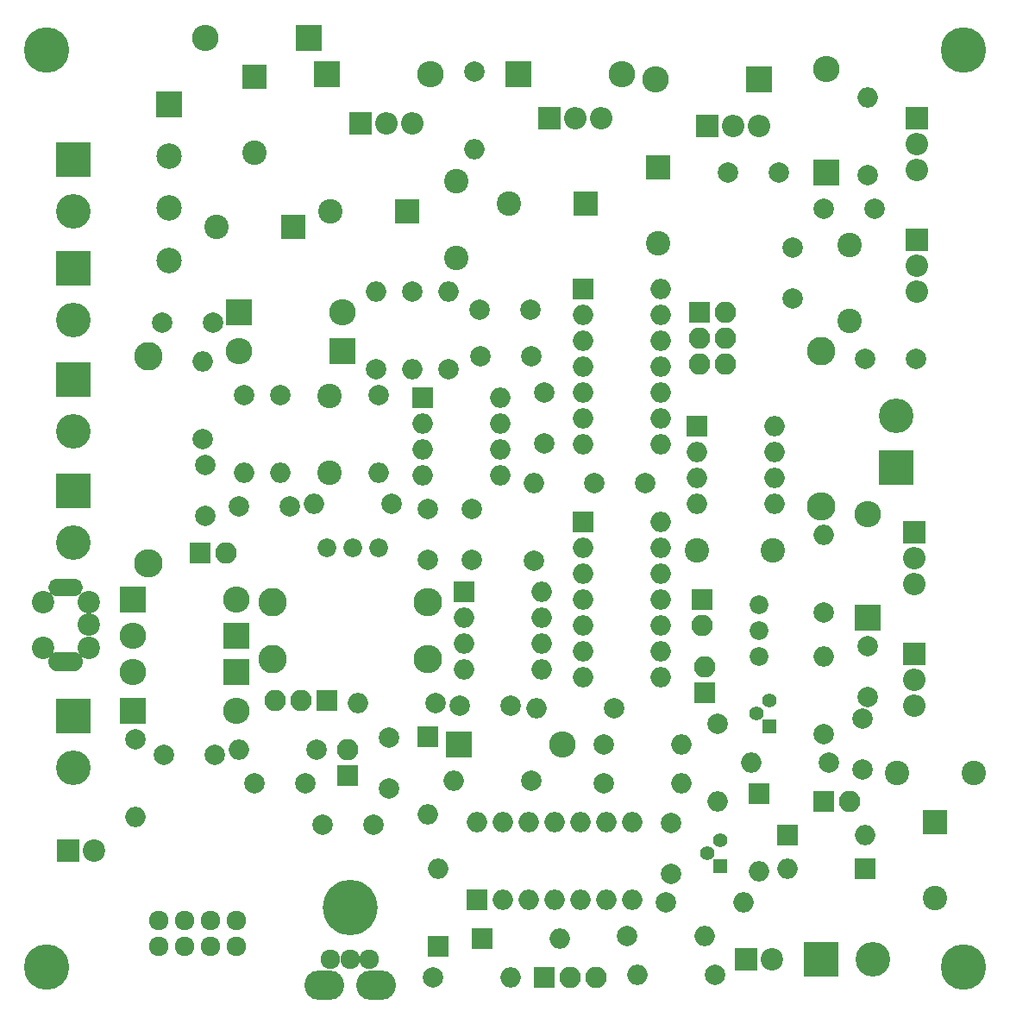
<source format=gbr>
G04 #@! TF.FileFunction,Soldermask,Top*
%FSLAX46Y46*%
G04 Gerber Fmt 4.6, Leading zero omitted, Abs format (unit mm)*
G04 Created by KiCad (PCBNEW 4.0.7) date 04/22/18 09:32:22*
%MOMM*%
%LPD*%
G01*
G04 APERTURE LIST*
%ADD10C,0.100000*%
%ADD11R,2.200000X2.200000*%
%ADD12C,2.200000*%
%ADD13R,2.000000X2.000000*%
%ADD14O,2.000000X2.000000*%
%ADD15C,2.000000*%
%ADD16R,2.100000X2.100000*%
%ADD17O,2.100000X2.100000*%
%ADD18O,3.900000X2.900000*%
%ADD19C,1.924000*%
%ADD20O,5.400000X5.400000*%
%ADD21C,2.400000*%
%ADD22C,1.840000*%
%ADD23R,2.400000X2.400000*%
%ADD24R,3.400000X3.400000*%
%ADD25C,3.400000*%
%ADD26O,2.200000X2.200000*%
%ADD27R,2.500000X2.500000*%
%ADD28C,2.500000*%
%ADD29R,2.600000X2.600000*%
%ADD30O,2.600000X2.600000*%
%ADD31C,2.800000*%
%ADD32O,2.800000X2.800000*%
%ADD33C,1.400000*%
%ADD34R,1.400000X1.400000*%
%ADD35C,4.464000*%
%ADD36O,3.400000X1.700000*%
%ADD37O,3.400000X1.900000*%
G04 APERTURE END LIST*
D10*
D11*
X118618000Y-139192000D03*
D12*
X121158000Y-139192000D03*
D13*
X102616000Y-73406000D03*
D14*
X110236000Y-88646000D03*
X102616000Y-75946000D03*
X110236000Y-86106000D03*
X102616000Y-78486000D03*
X110236000Y-83566000D03*
X102616000Y-81026000D03*
X110236000Y-81026000D03*
X102616000Y-83566000D03*
X110236000Y-78486000D03*
X102616000Y-86106000D03*
X110236000Y-75946000D03*
X102616000Y-88646000D03*
X110236000Y-73406000D03*
D15*
X95504000Y-114300000D03*
X90504000Y-114300000D03*
D13*
X102616000Y-96266000D03*
D14*
X110236000Y-111506000D03*
X102616000Y-98806000D03*
X110236000Y-108966000D03*
X102616000Y-101346000D03*
X110236000Y-106426000D03*
X102616000Y-103886000D03*
X110236000Y-103886000D03*
X102616000Y-106426000D03*
X110236000Y-101346000D03*
X102616000Y-108966000D03*
X110236000Y-98806000D03*
X102616000Y-111506000D03*
X110236000Y-96266000D03*
D13*
X92202000Y-133350000D03*
D14*
X107442000Y-125730000D03*
X94742000Y-133350000D03*
X104902000Y-125730000D03*
X97282000Y-133350000D03*
X102362000Y-125730000D03*
X99822000Y-133350000D03*
X99822000Y-125730000D03*
X102362000Y-133350000D03*
X97282000Y-125730000D03*
X104902000Y-133350000D03*
X94742000Y-125730000D03*
X107442000Y-133350000D03*
X92202000Y-125730000D03*
D16*
X114554000Y-113030000D03*
D17*
X114554000Y-110490000D03*
D15*
X108712000Y-92456000D03*
X103712000Y-92456000D03*
X105664000Y-114554000D03*
D14*
X98044000Y-114554000D03*
D18*
X82296000Y-141732000D03*
D19*
X77856000Y-139192000D03*
X79756000Y-139192000D03*
X81656000Y-139192000D03*
D18*
X77216000Y-141732000D03*
D20*
X79756000Y-134112000D03*
D15*
X76454000Y-118618000D03*
D14*
X68834000Y-118618000D03*
D13*
X86868000Y-84074000D03*
D14*
X94488000Y-91694000D03*
X86868000Y-86614000D03*
X94488000Y-89154000D03*
X86868000Y-89154000D03*
X94488000Y-86614000D03*
X86868000Y-91694000D03*
X94488000Y-84074000D03*
D15*
X115570000Y-140716000D03*
D14*
X107950000Y-140716000D03*
D19*
X68580000Y-135382000D03*
X66040000Y-135382000D03*
X63500000Y-135382000D03*
X60960000Y-135382000D03*
X60960000Y-137922000D03*
X63500000Y-137922000D03*
X66040000Y-137922000D03*
X68580000Y-137922000D03*
D15*
X130556000Y-108458000D03*
X130556000Y-113458000D03*
D21*
X140970000Y-120904000D03*
X133470000Y-120904000D03*
D22*
X119888000Y-109474000D03*
X119888000Y-106934000D03*
X119888000Y-104394000D03*
D13*
X113792000Y-86868000D03*
D14*
X121412000Y-94488000D03*
X113792000Y-89408000D03*
X121412000Y-91948000D03*
X113792000Y-91948000D03*
X121412000Y-89408000D03*
X113792000Y-94488000D03*
X121412000Y-86868000D03*
D23*
X70358000Y-52578000D03*
D21*
X70358000Y-60078000D03*
D23*
X85344000Y-65786000D03*
D21*
X77844000Y-65786000D03*
D23*
X74168000Y-67310000D03*
D21*
X66668000Y-67310000D03*
D23*
X102870000Y-65024000D03*
D21*
X95370000Y-65024000D03*
D23*
X109982000Y-61468000D03*
D21*
X109982000Y-68968000D03*
D11*
X52070000Y-128524000D03*
D12*
X54610000Y-128524000D03*
D24*
X52578000Y-71374000D03*
D25*
X52578000Y-76454000D03*
D24*
X52578000Y-60706000D03*
D25*
X52578000Y-65786000D03*
D15*
X91948000Y-52070000D03*
D14*
X91948000Y-59690000D03*
D15*
X58674000Y-117602000D03*
D14*
X58674000Y-125222000D03*
D11*
X80772000Y-57150000D03*
D26*
X83312000Y-57150000D03*
X85852000Y-57150000D03*
D11*
X99314000Y-56642000D03*
D26*
X101854000Y-56642000D03*
X104394000Y-56642000D03*
D11*
X114808000Y-57404000D03*
D26*
X117348000Y-57404000D03*
X119888000Y-57404000D03*
D27*
X61976000Y-55312000D03*
D28*
X61976000Y-60412000D03*
X61976000Y-70612000D03*
X61976000Y-65512000D03*
D24*
X52578000Y-82296000D03*
D25*
X52578000Y-87376000D03*
D24*
X52578000Y-93218000D03*
D25*
X52578000Y-98298000D03*
D15*
X65278000Y-88138000D03*
D14*
X65278000Y-80518000D03*
D15*
X82296000Y-81280000D03*
D14*
X82296000Y-73660000D03*
D15*
X72898000Y-83820000D03*
D14*
X72898000Y-91440000D03*
D15*
X85852000Y-73660000D03*
D14*
X85852000Y-81280000D03*
D15*
X82550000Y-83820000D03*
D14*
X82550000Y-91440000D03*
D15*
X89408000Y-81280000D03*
D14*
X89408000Y-73660000D03*
D15*
X69342000Y-83820000D03*
D14*
X69342000Y-91440000D03*
D24*
X52578000Y-115316000D03*
D25*
X52578000Y-120396000D03*
D29*
X68580000Y-110998000D03*
D30*
X58420000Y-110998000D03*
D29*
X58420000Y-114808000D03*
D30*
X68580000Y-114808000D03*
D29*
X68580000Y-107442000D03*
D30*
X58420000Y-107442000D03*
D29*
X58420000Y-103886000D03*
D30*
X68580000Y-103886000D03*
D31*
X72136000Y-104140000D03*
D32*
X87376000Y-104140000D03*
D31*
X72136000Y-109728000D03*
D32*
X87376000Y-109728000D03*
D15*
X83820000Y-94488000D03*
D14*
X76200000Y-94488000D03*
D22*
X77470000Y-98806000D03*
X80010000Y-98806000D03*
X82550000Y-98806000D03*
D13*
X90932000Y-103124000D03*
D14*
X98552000Y-110744000D03*
X90932000Y-105664000D03*
X98552000Y-108204000D03*
X90932000Y-108204000D03*
X98552000Y-105664000D03*
X90932000Y-110744000D03*
X98552000Y-103124000D03*
D29*
X68834000Y-75692000D03*
D30*
X78994000Y-75692000D03*
D29*
X78994000Y-79502000D03*
D30*
X68834000Y-79502000D03*
D15*
X87884000Y-140970000D03*
D14*
X95504000Y-140970000D03*
D15*
X116840000Y-61976000D03*
X121840000Y-61976000D03*
X66294000Y-76708000D03*
X61294000Y-76708000D03*
X97536000Y-80010000D03*
X92536000Y-80010000D03*
X61468000Y-119126000D03*
X66468000Y-119126000D03*
X82042000Y-125984000D03*
X77042000Y-125984000D03*
X91694000Y-94996000D03*
X91694000Y-99996000D03*
X87376000Y-94996000D03*
X87376000Y-99996000D03*
X68834000Y-94742000D03*
X73834000Y-94742000D03*
X65532000Y-90678000D03*
X65532000Y-95678000D03*
D21*
X77724000Y-91440000D03*
X77724000Y-83940000D03*
D15*
X92456000Y-75438000D03*
X97456000Y-75438000D03*
D16*
X114046000Y-75692000D03*
D17*
X116586000Y-75692000D03*
X114046000Y-78232000D03*
X116586000Y-78232000D03*
X114046000Y-80772000D03*
X116586000Y-80772000D03*
D15*
X97790000Y-100076000D03*
D14*
X97790000Y-92456000D03*
D15*
X98806000Y-83566000D03*
X98806000Y-88566000D03*
X88138000Y-114046000D03*
D14*
X80518000Y-114046000D03*
D15*
X70358000Y-121920000D03*
X75358000Y-121920000D03*
X111252000Y-130810000D03*
X111252000Y-125810000D03*
D16*
X114300000Y-103886000D03*
D17*
X114300000Y-106426000D03*
D21*
X90170000Y-70358000D03*
X90170000Y-62858000D03*
D15*
X126238000Y-65532000D03*
X131238000Y-65532000D03*
X130556000Y-62230000D03*
D14*
X130556000Y-54610000D03*
D15*
X126238000Y-105156000D03*
D14*
X126238000Y-97536000D03*
D24*
X133350000Y-90932000D03*
D25*
X133350000Y-85852000D03*
D31*
X125984000Y-79502000D03*
D32*
X125984000Y-94742000D03*
D15*
X130048000Y-115570000D03*
X130048000Y-120570000D03*
D33*
X119634000Y-115062000D03*
X120904000Y-113792000D03*
D34*
X120904000Y-116332000D03*
D15*
X123190000Y-69342000D03*
X123190000Y-74342000D03*
X126238000Y-117094000D03*
D14*
X126238000Y-109474000D03*
D15*
X126746000Y-119888000D03*
D14*
X119126000Y-119888000D03*
D35*
X50000000Y-50000000D03*
X140000000Y-50000000D03*
X140000000Y-140000000D03*
X50000000Y-140000000D03*
D11*
X135382000Y-56642000D03*
D26*
X135382000Y-59182000D03*
X135382000Y-61722000D03*
D11*
X135382000Y-68580000D03*
D26*
X135382000Y-71120000D03*
X135382000Y-73660000D03*
D11*
X135128000Y-97282000D03*
D26*
X135128000Y-99822000D03*
X135128000Y-102362000D03*
D11*
X135128000Y-109220000D03*
D26*
X135128000Y-111760000D03*
X135128000Y-114300000D03*
D21*
X128778000Y-69088000D03*
X128778000Y-76588000D03*
D15*
X130302000Y-80264000D03*
X135302000Y-80264000D03*
D21*
X113792000Y-99060000D03*
X121292000Y-99060000D03*
D12*
X54102000Y-104140000D03*
X54102000Y-106388000D03*
X54102000Y-108636000D03*
X49606000Y-104140000D03*
X49606000Y-108636000D03*
D36*
X51854000Y-102770000D03*
D37*
X51854000Y-110010000D03*
D15*
X110744000Y-133604000D03*
D14*
X118364000Y-133604000D03*
D16*
X77470000Y-113792000D03*
D17*
X74930000Y-113792000D03*
X72390000Y-113792000D03*
D16*
X98806000Y-140970000D03*
D17*
X101346000Y-140970000D03*
X103886000Y-140970000D03*
D29*
X77470000Y-52324000D03*
D30*
X87630000Y-52324000D03*
D29*
X96266000Y-52324000D03*
D30*
X106426000Y-52324000D03*
D29*
X126492000Y-61976000D03*
D30*
X126492000Y-51816000D03*
D29*
X130556000Y-105664000D03*
D30*
X130556000Y-95504000D03*
D31*
X59944000Y-80010000D03*
D32*
X59944000Y-100330000D03*
D15*
X83566000Y-122428000D03*
X83566000Y-117428000D03*
X97536000Y-121666000D03*
D14*
X89916000Y-121666000D03*
D16*
X126238000Y-123698000D03*
D17*
X128778000Y-123698000D03*
D16*
X65024000Y-99314000D03*
D17*
X67564000Y-99314000D03*
D15*
X104648000Y-118110000D03*
D14*
X112268000Y-118110000D03*
D16*
X79502000Y-121158000D03*
D17*
X79502000Y-118618000D03*
D15*
X106934000Y-136906000D03*
D14*
X114554000Y-136906000D03*
D23*
X137160000Y-125730000D03*
D21*
X137160000Y-133230000D03*
D13*
X88392000Y-137922000D03*
D14*
X88392000Y-130302000D03*
D13*
X92710000Y-137160000D03*
D14*
X100330000Y-137160000D03*
D13*
X87376000Y-117348000D03*
D14*
X87376000Y-124968000D03*
D29*
X90424000Y-118110000D03*
D30*
X100584000Y-118110000D03*
D13*
X130302000Y-130302000D03*
D14*
X122682000Y-130302000D03*
D24*
X125984000Y-139192000D03*
D25*
X131064000Y-139192000D03*
D13*
X122682000Y-127000000D03*
D14*
X130302000Y-127000000D03*
D13*
X119888000Y-122936000D03*
D14*
X119888000Y-130556000D03*
D33*
X114808000Y-128778000D03*
X116078000Y-127508000D03*
D34*
X116078000Y-130048000D03*
D15*
X104648000Y-121920000D03*
D14*
X112268000Y-121920000D03*
D15*
X115824000Y-116078000D03*
D14*
X115824000Y-123698000D03*
D29*
X75692000Y-48768000D03*
D30*
X65532000Y-48768000D03*
D29*
X119888000Y-52832000D03*
D30*
X109728000Y-52832000D03*
M02*

</source>
